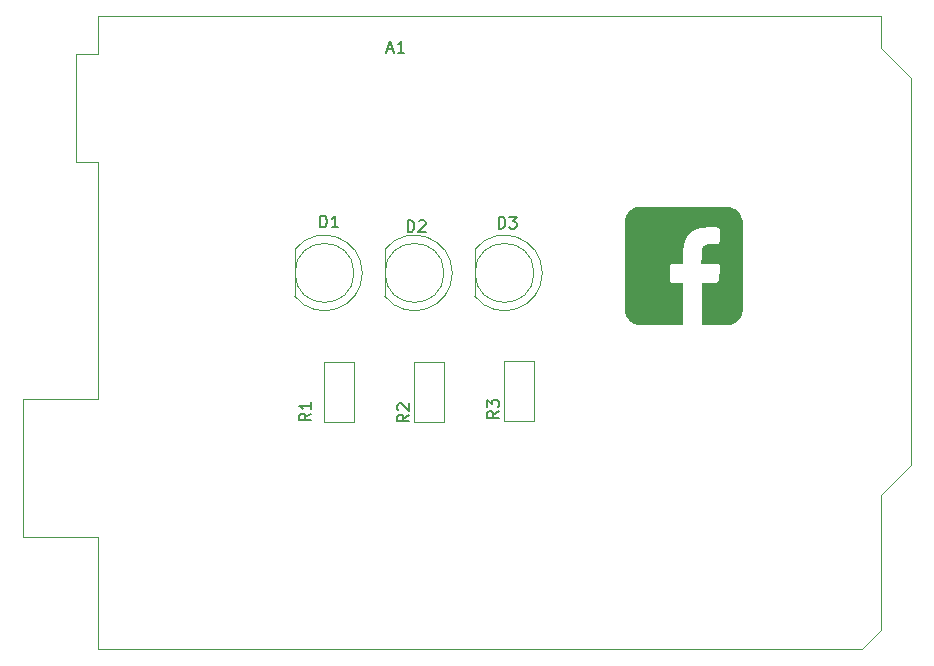
<source format=gbr>
%TF.GenerationSoftware,KiCad,Pcbnew,(6.0.7)*%
%TF.CreationDate,2022-08-16T17:28:00+09:00*%
%TF.ProjectId,uno_shield_1,756e6f5f-7368-4696-956c-645f312e6b69,rev?*%
%TF.SameCoordinates,Original*%
%TF.FileFunction,Legend,Top*%
%TF.FilePolarity,Positive*%
%FSLAX46Y46*%
G04 Gerber Fmt 4.6, Leading zero omitted, Abs format (unit mm)*
G04 Created by KiCad (PCBNEW (6.0.7)) date 2022-08-16 17:28:00*
%MOMM*%
%LPD*%
G01*
G04 APERTURE LIST*
%ADD10C,0.150000*%
%ADD11C,0.120000*%
G04 APERTURE END LIST*
D10*
%TO.C,D2*%
X140391904Y-72752380D02*
X140391904Y-71752380D01*
X140630000Y-71752380D01*
X140772857Y-71800000D01*
X140868095Y-71895238D01*
X140915714Y-71990476D01*
X140963333Y-72180952D01*
X140963333Y-72323809D01*
X140915714Y-72514285D01*
X140868095Y-72609523D01*
X140772857Y-72704761D01*
X140630000Y-72752380D01*
X140391904Y-72752380D01*
X141344285Y-71847619D02*
X141391904Y-71800000D01*
X141487142Y-71752380D01*
X141725238Y-71752380D01*
X141820476Y-71800000D01*
X141868095Y-71847619D01*
X141915714Y-71942857D01*
X141915714Y-72038095D01*
X141868095Y-72180952D01*
X141296666Y-72752380D01*
X141915714Y-72752380D01*
%TO.C,R2*%
X140512380Y-88206666D02*
X140036190Y-88540000D01*
X140512380Y-88778095D02*
X139512380Y-88778095D01*
X139512380Y-88397142D01*
X139560000Y-88301904D01*
X139607619Y-88254285D01*
X139702857Y-88206666D01*
X139845714Y-88206666D01*
X139940952Y-88254285D01*
X139988571Y-88301904D01*
X140036190Y-88397142D01*
X140036190Y-88778095D01*
X139607619Y-87825714D02*
X139560000Y-87778095D01*
X139512380Y-87682857D01*
X139512380Y-87444761D01*
X139560000Y-87349523D01*
X139607619Y-87301904D01*
X139702857Y-87254285D01*
X139798095Y-87254285D01*
X139940952Y-87301904D01*
X140512380Y-87873333D01*
X140512380Y-87254285D01*
%TO.C,R1*%
X132212380Y-88106666D02*
X131736190Y-88440000D01*
X132212380Y-88678095D02*
X131212380Y-88678095D01*
X131212380Y-88297142D01*
X131260000Y-88201904D01*
X131307619Y-88154285D01*
X131402857Y-88106666D01*
X131545714Y-88106666D01*
X131640952Y-88154285D01*
X131688571Y-88201904D01*
X131736190Y-88297142D01*
X131736190Y-88678095D01*
X132212380Y-87154285D02*
X132212380Y-87725714D01*
X132212380Y-87440000D02*
X131212380Y-87440000D01*
X131355238Y-87535238D01*
X131450476Y-87630476D01*
X131498095Y-87725714D01*
%TO.C,D1*%
X132991904Y-72352380D02*
X132991904Y-71352380D01*
X133230000Y-71352380D01*
X133372857Y-71400000D01*
X133468095Y-71495238D01*
X133515714Y-71590476D01*
X133563333Y-71780952D01*
X133563333Y-71923809D01*
X133515714Y-72114285D01*
X133468095Y-72209523D01*
X133372857Y-72304761D01*
X133230000Y-72352380D01*
X132991904Y-72352380D01*
X134515714Y-72352380D02*
X133944285Y-72352380D01*
X134230000Y-72352380D02*
X134230000Y-71352380D01*
X134134761Y-71495238D01*
X134039523Y-71590476D01*
X133944285Y-71638095D01*
%TO.C,A1*%
X138685714Y-57266666D02*
X139161904Y-57266666D01*
X138590476Y-57552380D02*
X138923809Y-56552380D01*
X139257142Y-57552380D01*
X140114285Y-57552380D02*
X139542857Y-57552380D01*
X139828571Y-57552380D02*
X139828571Y-56552380D01*
X139733333Y-56695238D01*
X139638095Y-56790476D01*
X139542857Y-56838095D01*
%TO.C,R3*%
X148112380Y-87906666D02*
X147636190Y-88240000D01*
X148112380Y-88478095D02*
X147112380Y-88478095D01*
X147112380Y-88097142D01*
X147160000Y-88001904D01*
X147207619Y-87954285D01*
X147302857Y-87906666D01*
X147445714Y-87906666D01*
X147540952Y-87954285D01*
X147588571Y-88001904D01*
X147636190Y-88097142D01*
X147636190Y-88478095D01*
X147112380Y-87573333D02*
X147112380Y-86954285D01*
X147493333Y-87287619D01*
X147493333Y-87144761D01*
X147540952Y-87049523D01*
X147588571Y-87001904D01*
X147683809Y-86954285D01*
X147921904Y-86954285D01*
X148017142Y-87001904D01*
X148064761Y-87049523D01*
X148112380Y-87144761D01*
X148112380Y-87430476D01*
X148064761Y-87525714D01*
X148017142Y-87573333D01*
%TO.C,D3*%
X148091904Y-72452380D02*
X148091904Y-71452380D01*
X148330000Y-71452380D01*
X148472857Y-71500000D01*
X148568095Y-71595238D01*
X148615714Y-71690476D01*
X148663333Y-71880952D01*
X148663333Y-72023809D01*
X148615714Y-72214285D01*
X148568095Y-72309523D01*
X148472857Y-72404761D01*
X148330000Y-72452380D01*
X148091904Y-72452380D01*
X148996666Y-71452380D02*
X149615714Y-71452380D01*
X149282380Y-71833333D01*
X149425238Y-71833333D01*
X149520476Y-71880952D01*
X149568095Y-71928571D01*
X149615714Y-72023809D01*
X149615714Y-72261904D01*
X149568095Y-72357142D01*
X149520476Y-72404761D01*
X149425238Y-72452380D01*
X149139523Y-72452380D01*
X149044285Y-72404761D01*
X148996666Y-72357142D01*
%TO.C,G\u002A\u002A\u002A*%
G36*
X164194621Y-70607702D02*
G01*
X164532827Y-70607980D01*
X164865787Y-70608418D01*
X165191166Y-70609013D01*
X165506632Y-70609768D01*
X165809852Y-70610683D01*
X166098494Y-70611756D01*
X166370224Y-70612989D01*
X166622710Y-70614381D01*
X166853619Y-70615932D01*
X167060618Y-70617641D01*
X167241375Y-70619510D01*
X167393555Y-70621538D01*
X167514828Y-70623725D01*
X167602859Y-70626071D01*
X167655315Y-70628576D01*
X167667495Y-70629892D01*
X167873513Y-70686724D01*
X168068186Y-70777688D01*
X168247280Y-70898665D01*
X168406559Y-71045537D01*
X168541787Y-71214187D01*
X168648729Y-71400496D01*
X168723149Y-71600345D01*
X168740905Y-71673571D01*
X168744644Y-71711192D01*
X168748153Y-71785549D01*
X168751430Y-71894299D01*
X168754476Y-72035103D01*
X168757292Y-72205617D01*
X168759876Y-72403503D01*
X168762230Y-72626417D01*
X168764352Y-72872019D01*
X168766244Y-73137968D01*
X168767905Y-73421922D01*
X168769335Y-73721541D01*
X168770533Y-74034483D01*
X168771501Y-74358408D01*
X168772238Y-74690973D01*
X168772744Y-75029837D01*
X168773019Y-75372661D01*
X168773063Y-75717101D01*
X168772876Y-76060818D01*
X168772458Y-76401469D01*
X168771810Y-76736715D01*
X168770930Y-77064213D01*
X168769819Y-77381622D01*
X168768478Y-77686601D01*
X168766905Y-77976810D01*
X168765102Y-78249906D01*
X168763067Y-78503549D01*
X168760802Y-78735398D01*
X168758305Y-78943111D01*
X168755578Y-79124346D01*
X168752620Y-79276764D01*
X168749431Y-79398023D01*
X168746010Y-79485781D01*
X168742359Y-79537697D01*
X168740905Y-79547571D01*
X168679014Y-79751227D01*
X168583101Y-79942801D01*
X168457403Y-80118173D01*
X168306155Y-80273227D01*
X168133592Y-80403843D01*
X167943950Y-80505903D01*
X167741465Y-80575290D01*
X167667495Y-80591249D01*
X167618538Y-80596334D01*
X167531698Y-80600759D01*
X167408162Y-80604505D01*
X167249119Y-80607551D01*
X167055756Y-80609878D01*
X166829261Y-80611465D01*
X166570824Y-80612293D01*
X166412149Y-80612417D01*
X165272737Y-80612417D01*
X165272737Y-77036878D01*
X165908365Y-77036878D01*
X166098235Y-77036637D01*
X166252978Y-77035516D01*
X166376542Y-77032920D01*
X166472877Y-77028256D01*
X166545932Y-77020928D01*
X166599654Y-77010341D01*
X166637994Y-76995901D01*
X166664899Y-76977013D01*
X166684319Y-76953082D01*
X166700201Y-76923513D01*
X166703165Y-76917167D01*
X166714128Y-76878521D01*
X166728329Y-76804832D01*
X166745188Y-76699944D01*
X166764122Y-76567704D01*
X166784550Y-76411958D01*
X166805279Y-76241756D01*
X166825289Y-76070335D01*
X166840771Y-75933332D01*
X166852000Y-75826386D01*
X166859254Y-75745135D01*
X166862811Y-75685218D01*
X166862948Y-75642273D01*
X166859941Y-75611938D01*
X166854069Y-75589851D01*
X166847637Y-75575465D01*
X166831663Y-75545371D01*
X166815318Y-75520722D01*
X166794779Y-75500975D01*
X166766222Y-75485587D01*
X166725821Y-75474014D01*
X166669755Y-75465712D01*
X166594197Y-75460139D01*
X166495323Y-75456751D01*
X166369311Y-75455005D01*
X166212335Y-75454356D01*
X166020571Y-75454263D01*
X165269426Y-75454263D01*
X165277382Y-74833917D01*
X165280090Y-74645022D01*
X165283413Y-74490619D01*
X165288142Y-74366124D01*
X165295069Y-74266951D01*
X165304982Y-74188517D01*
X165318674Y-74126237D01*
X165336935Y-74075526D01*
X165360554Y-74031799D01*
X165390324Y-73990473D01*
X165427034Y-73946963D01*
X165431146Y-73942283D01*
X165477423Y-73893538D01*
X165524472Y-73854618D01*
X165577404Y-73824282D01*
X165641331Y-73801291D01*
X165721363Y-73784402D01*
X165822613Y-73772376D01*
X165950191Y-73763973D01*
X166109210Y-73757950D01*
X166200814Y-73755477D01*
X166360900Y-73751086D01*
X166486637Y-73746086D01*
X166582752Y-73739448D01*
X166653971Y-73730140D01*
X166705021Y-73717133D01*
X166740628Y-73699396D01*
X166765518Y-73675899D01*
X166784417Y-73645611D01*
X166793726Y-73626223D01*
X166801815Y-73588342D01*
X166808257Y-73518144D01*
X166813083Y-73422042D01*
X166816325Y-73306451D01*
X166818015Y-73177784D01*
X166818185Y-73042453D01*
X166816865Y-72906873D01*
X166814089Y-72777458D01*
X166809888Y-72660620D01*
X166804293Y-72562772D01*
X166797336Y-72490330D01*
X166789049Y-72449705D01*
X166787889Y-72447122D01*
X166772994Y-72421086D01*
X166755327Y-72399867D01*
X166731069Y-72383035D01*
X166696397Y-72370162D01*
X166647491Y-72360816D01*
X166580531Y-72354569D01*
X166491696Y-72350991D01*
X166377165Y-72349653D01*
X166233117Y-72350125D01*
X166055732Y-72351977D01*
X165953265Y-72353288D01*
X165752980Y-72356200D01*
X165586692Y-72359571D01*
X165449319Y-72364002D01*
X165335781Y-72370092D01*
X165240998Y-72378440D01*
X165159888Y-72389646D01*
X165087373Y-72404309D01*
X165018369Y-72423028D01*
X164947799Y-72446403D01*
X164870580Y-72475033D01*
X164848102Y-72483677D01*
X164678439Y-72557789D01*
X164530898Y-72642853D01*
X164392405Y-72747418D01*
X164264700Y-72865260D01*
X164125135Y-73018117D01*
X164010902Y-73177560D01*
X163917459Y-73351852D01*
X163840263Y-73549253D01*
X163784968Y-73737745D01*
X163774152Y-73782000D01*
X163765207Y-73826362D01*
X163757879Y-73875258D01*
X163751912Y-73933116D01*
X163747051Y-74004363D01*
X163743040Y-74093426D01*
X163739625Y-74204733D01*
X163736550Y-74342713D01*
X163733559Y-74511791D01*
X163731051Y-74672725D01*
X163719430Y-75444494D01*
X162694470Y-75464032D01*
X162640334Y-75518207D01*
X162586199Y-75572382D01*
X162586199Y-76223518D01*
X162586345Y-76411228D01*
X162587186Y-76563850D01*
X162589323Y-76685373D01*
X162593358Y-76779785D01*
X162599892Y-76851077D01*
X162609527Y-76903236D01*
X162622864Y-76940251D01*
X162640506Y-76966112D01*
X162663054Y-76984807D01*
X162691109Y-77000325D01*
X162704326Y-77006687D01*
X162731515Y-77016483D01*
X162769862Y-77023998D01*
X162824252Y-77029504D01*
X162899564Y-77033272D01*
X163000683Y-77035571D01*
X163132490Y-77036674D01*
X163248575Y-77036878D01*
X163729199Y-77036878D01*
X163729199Y-80612417D01*
X161838853Y-80610864D01*
X161512486Y-80610505D01*
X161222959Y-80609976D01*
X160968036Y-80609244D01*
X160745481Y-80608278D01*
X160553057Y-80607046D01*
X160388528Y-80605516D01*
X160249657Y-80603656D01*
X160134207Y-80601434D01*
X160039944Y-80598819D01*
X159964630Y-80595778D01*
X159906028Y-80592279D01*
X159861903Y-80588292D01*
X159830018Y-80583783D01*
X159821506Y-80582112D01*
X159747238Y-80560954D01*
X159653758Y-80526849D01*
X159556172Y-80485543D01*
X159509316Y-80463370D01*
X159315471Y-80346371D01*
X159147495Y-80200400D01*
X159007160Y-80027231D01*
X158915602Y-79869531D01*
X158898251Y-79835407D01*
X158882300Y-79805126D01*
X158867691Y-79777009D01*
X158854364Y-79749374D01*
X158842262Y-79720539D01*
X158831325Y-79688824D01*
X158821495Y-79652547D01*
X158812714Y-79610027D01*
X158804922Y-79559583D01*
X158798061Y-79499534D01*
X158792073Y-79428198D01*
X158786899Y-79343895D01*
X158782480Y-79244943D01*
X158778758Y-79129661D01*
X158775674Y-78996368D01*
X158773169Y-78843383D01*
X158771185Y-78669024D01*
X158769664Y-78471611D01*
X158768546Y-78249462D01*
X158767773Y-78000896D01*
X158767286Y-77724232D01*
X158767027Y-77417789D01*
X158766937Y-77079886D01*
X158766958Y-76708840D01*
X158767030Y-76302972D01*
X158767096Y-75860601D01*
X158767108Y-75610571D01*
X158767072Y-75148162D01*
X158767002Y-74723151D01*
X158766955Y-74333859D01*
X158766988Y-73978606D01*
X158767158Y-73655713D01*
X158767522Y-73363501D01*
X158768136Y-73100290D01*
X158769059Y-72864402D01*
X158770346Y-72654158D01*
X158772055Y-72467878D01*
X158774244Y-72303882D01*
X158776967Y-72160493D01*
X158780284Y-72036030D01*
X158784250Y-71928815D01*
X158788923Y-71837168D01*
X158794360Y-71759410D01*
X158800617Y-71693861D01*
X158807752Y-71638844D01*
X158815822Y-71592678D01*
X158824883Y-71553685D01*
X158834993Y-71520184D01*
X158846209Y-71490498D01*
X158858587Y-71462947D01*
X158872184Y-71435851D01*
X158887058Y-71407532D01*
X158903266Y-71376310D01*
X158911332Y-71360212D01*
X159026190Y-71169783D01*
X159170006Y-71001443D01*
X159338212Y-70858677D01*
X159526237Y-70744969D01*
X159729513Y-70663804D01*
X159869056Y-70629892D01*
X159902799Y-70627307D01*
X159973285Y-70624882D01*
X160078182Y-70622615D01*
X160215157Y-70620507D01*
X160381877Y-70618558D01*
X160576010Y-70616769D01*
X160795222Y-70615138D01*
X161037182Y-70613667D01*
X161299555Y-70612355D01*
X161580009Y-70611201D01*
X161876211Y-70610207D01*
X162185829Y-70609372D01*
X162506529Y-70608697D01*
X162835980Y-70608180D01*
X163171847Y-70607822D01*
X163511798Y-70607623D01*
X163853500Y-70607583D01*
X164194621Y-70607702D01*
G37*
D11*
%TO.C,D2*%
X138470000Y-74200000D02*
X138470000Y-78200000D01*
X138470000Y-78200000D02*
G75*
G03*
X138470000Y-74200000I2500000J2000000D01*
G01*
X143470000Y-76200000D02*
G75*
G03*
X143470000Y-76200000I-2500000J0D01*
G01*
%TO.C,R2*%
X140970000Y-88840000D02*
X143510000Y-88840000D01*
X143510000Y-88840000D02*
X143510000Y-83760000D01*
X143510000Y-83760000D02*
X140970000Y-83760000D01*
X140970000Y-83760000D02*
X140970000Y-88840000D01*
%TO.C,R1*%
X133350000Y-88840000D02*
X135890000Y-88840000D01*
X135890000Y-88840000D02*
X135890000Y-83760000D01*
X135890000Y-83760000D02*
X133350000Y-83760000D01*
X133350000Y-83760000D02*
X133350000Y-88840000D01*
%TO.C,D1*%
X130850000Y-74200000D02*
X130850000Y-78200000D01*
X130850000Y-78200000D02*
G75*
G03*
X130850000Y-74200000I2500000J2000000D01*
G01*
X135850000Y-76200000D02*
G75*
G03*
X135850000Y-76200000I-2500000J0D01*
G01*
%TO.C,A1*%
X178820000Y-108080000D02*
X180470000Y-106430000D01*
X114170000Y-108080000D02*
X178820000Y-108080000D01*
X107820000Y-86870000D02*
X107820000Y-98550000D01*
X180470000Y-54480000D02*
X114170000Y-54480000D01*
X114170000Y-98550000D02*
X114170000Y-108080000D01*
X112270000Y-66800000D02*
X114170000Y-66800000D01*
X183010000Y-92460000D02*
X183010000Y-59690000D01*
X114170000Y-57660000D02*
X112270000Y-57660000D01*
X114170000Y-66800000D02*
X114170000Y-86870000D01*
X183010000Y-59690000D02*
X180470000Y-57150000D01*
X112270000Y-57660000D02*
X112270000Y-66800000D01*
X114170000Y-54480000D02*
X114170000Y-57660000D01*
X114170000Y-86870000D02*
X107820000Y-86870000D01*
X180470000Y-106430000D02*
X180470000Y-95000000D01*
X107820000Y-98550000D02*
X114170000Y-98550000D01*
X180470000Y-95000000D02*
X183010000Y-92460000D01*
X180470000Y-57150000D02*
X180470000Y-54480000D01*
%TO.C,R3*%
X148590000Y-88740000D02*
X151130000Y-88740000D01*
X151130000Y-88740000D02*
X151130000Y-83660000D01*
X151130000Y-83660000D02*
X148590000Y-83660000D01*
X148590000Y-83660000D02*
X148590000Y-88740000D01*
%TO.C,D3*%
X146090000Y-74200000D02*
X146090000Y-78200000D01*
X146090000Y-78200000D02*
G75*
G03*
X146090000Y-74200000I2500000J2000000D01*
G01*
X151090000Y-76200000D02*
G75*
G03*
X151090000Y-76200000I-2500000J0D01*
G01*
%TD*%
M02*

</source>
